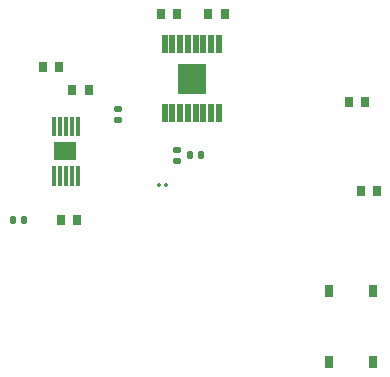
<source format=gbr>
%TF.GenerationSoftware,KiCad,Pcbnew,8.0.0*%
%TF.CreationDate,2024-03-24T23:23:48+02:00*%
%TF.ProjectId,Powersubsytem_GWNFRA001,506f7765-7273-4756-9273-7974656d5f47,rev?*%
%TF.SameCoordinates,Original*%
%TF.FileFunction,Paste,Top*%
%TF.FilePolarity,Positive*%
%FSLAX46Y46*%
G04 Gerber Fmt 4.6, Leading zero omitted, Abs format (unit mm)*
G04 Created by KiCad (PCBNEW 8.0.0) date 2024-03-24 23:23:48*
%MOMM*%
%LPD*%
G01*
G04 APERTURE LIST*
G04 Aperture macros list*
%AMRoundRect*
0 Rectangle with rounded corners*
0 $1 Rounding radius*
0 $2 $3 $4 $5 $6 $7 $8 $9 X,Y pos of 4 corners*
0 Add a 4 corners polygon primitive as box body*
4,1,4,$2,$3,$4,$5,$6,$7,$8,$9,$2,$3,0*
0 Add four circle primitives for the rounded corners*
1,1,$1+$1,$2,$3*
1,1,$1+$1,$4,$5*
1,1,$1+$1,$6,$7*
1,1,$1+$1,$8,$9*
0 Add four rect primitives between the rounded corners*
20,1,$1+$1,$2,$3,$4,$5,0*
20,1,$1+$1,$4,$5,$6,$7,0*
20,1,$1+$1,$6,$7,$8,$9,0*
20,1,$1+$1,$8,$9,$2,$3,0*%
G04 Aperture macros list end*
%ADD10C,0.010000*%
%ADD11R,0.711200X0.889000*%
%ADD12R,1.880000X1.570000*%
%ADD13RoundRect,0.140000X0.140000X0.170000X-0.140000X0.170000X-0.140000X-0.170000X0.140000X-0.170000X0*%
%ADD14RoundRect,0.067500X-0.067500X-0.067500X0.067500X-0.067500X0.067500X0.067500X-0.067500X0.067500X0*%
%ADD15RoundRect,0.140000X0.170000X-0.140000X0.170000X0.140000X-0.170000X0.140000X-0.170000X-0.140000X0*%
%ADD16R,0.750000X1.000000*%
%ADD17RoundRect,0.027000X-0.198000X0.723000X-0.198000X-0.723000X0.198000X-0.723000X0.198000X0.723000X0*%
G04 APERTURE END LIST*
D10*
%TO.C,U2*%
X132625000Y-47475000D02*
X132375000Y-47475000D01*
X132375000Y-45925000D01*
X132625000Y-45925000D01*
X132625000Y-47475000D01*
G36*
X132625000Y-47475000D02*
G01*
X132375000Y-47475000D01*
X132375000Y-45925000D01*
X132625000Y-45925000D01*
X132625000Y-47475000D01*
G37*
X132625000Y-43275000D02*
X132375000Y-43275000D01*
X132375000Y-41725000D01*
X132625000Y-41725000D01*
X132625000Y-43275000D01*
G36*
X132625000Y-43275000D02*
G01*
X132375000Y-43275000D01*
X132375000Y-41725000D01*
X132625000Y-41725000D01*
X132625000Y-43275000D01*
G37*
X132125000Y-47475000D02*
X131875000Y-47475000D01*
X131875000Y-45925000D01*
X132125000Y-45925000D01*
X132125000Y-47475000D01*
G36*
X132125000Y-47475000D02*
G01*
X131875000Y-47475000D01*
X131875000Y-45925000D01*
X132125000Y-45925000D01*
X132125000Y-47475000D01*
G37*
X132125000Y-43275000D02*
X131875000Y-43275000D01*
X131875000Y-41725000D01*
X132125000Y-41725000D01*
X132125000Y-43275000D01*
G36*
X132125000Y-43275000D02*
G01*
X131875000Y-43275000D01*
X131875000Y-41725000D01*
X132125000Y-41725000D01*
X132125000Y-43275000D01*
G37*
X131625000Y-47475000D02*
X131375000Y-47475000D01*
X131375000Y-45925000D01*
X131625000Y-45925000D01*
X131625000Y-47475000D01*
G36*
X131625000Y-47475000D02*
G01*
X131375000Y-47475000D01*
X131375000Y-45925000D01*
X131625000Y-45925000D01*
X131625000Y-47475000D01*
G37*
X131625000Y-43275000D02*
X131375000Y-43275000D01*
X131375000Y-41725000D01*
X131625000Y-41725000D01*
X131625000Y-43275000D01*
G36*
X131625000Y-43275000D02*
G01*
X131375000Y-43275000D01*
X131375000Y-41725000D01*
X131625000Y-41725000D01*
X131625000Y-43275000D01*
G37*
X131125000Y-47475000D02*
X130875000Y-47475000D01*
X130875000Y-45925000D01*
X131125000Y-45925000D01*
X131125000Y-47475000D01*
G36*
X131125000Y-47475000D02*
G01*
X130875000Y-47475000D01*
X130875000Y-45925000D01*
X131125000Y-45925000D01*
X131125000Y-47475000D01*
G37*
X131125000Y-43275000D02*
X130875000Y-43275000D01*
X130875000Y-41725000D01*
X131125000Y-41725000D01*
X131125000Y-43275000D01*
G36*
X131125000Y-43275000D02*
G01*
X130875000Y-43275000D01*
X130875000Y-41725000D01*
X131125000Y-41725000D01*
X131125000Y-43275000D01*
G37*
X130625000Y-47475000D02*
X130375000Y-47475000D01*
X130375000Y-45925000D01*
X130625000Y-45925000D01*
X130625000Y-47475000D01*
G36*
X130625000Y-47475000D02*
G01*
X130375000Y-47475000D01*
X130375000Y-45925000D01*
X130625000Y-45925000D01*
X130625000Y-47475000D01*
G37*
X130625000Y-43275000D02*
X130375000Y-43275000D01*
X130375000Y-41725000D01*
X130625000Y-41725000D01*
X130625000Y-43275000D01*
G36*
X130625000Y-43275000D02*
G01*
X130375000Y-43275000D01*
X130375000Y-41725000D01*
X130625000Y-41725000D01*
X130625000Y-43275000D01*
G37*
%TO.C,U3*%
X143355000Y-39730000D02*
X141045000Y-39730000D01*
X141045000Y-37270000D01*
X143355000Y-37270000D01*
X143355000Y-39730000D01*
G36*
X143355000Y-39730000D02*
G01*
X141045000Y-39730000D01*
X141045000Y-37270000D01*
X143355000Y-37270000D01*
X143355000Y-39730000D01*
G37*
%TD*%
D11*
%TO.C,R7*%
X139603000Y-33000000D03*
X141000000Y-33000000D03*
%TD*%
D12*
%TO.C,U2*%
X131500000Y-44600000D03*
%TD*%
D13*
%TO.C,C1*%
X142040000Y-45000000D03*
X143000000Y-45000000D03*
%TD*%
D11*
%TO.C,R2*%
X145000000Y-33000000D03*
X143603000Y-33000000D03*
%TD*%
%TO.C,R1*%
X156500000Y-48000000D03*
X157897000Y-48000000D03*
%TD*%
%TO.C,R6*%
X132500000Y-50500000D03*
X131103000Y-50500000D03*
%TD*%
%TO.C,R5*%
X155500000Y-40500000D03*
X156897000Y-40500000D03*
%TD*%
%TO.C,R3*%
X131000000Y-37500000D03*
X129603000Y-37500000D03*
%TD*%
D14*
%TO.C,C4*%
X140000000Y-47500000D03*
X139450000Y-47500000D03*
%TD*%
D15*
%TO.C,C8*%
X141000000Y-44520000D03*
X141000000Y-45480000D03*
%TD*%
D16*
%TO.C,S1*%
X153787500Y-62500000D03*
X153787500Y-56500000D03*
X157537500Y-62500000D03*
X157537500Y-56500000D03*
%TD*%
D13*
%TO.C,C6*%
X127040000Y-50500000D03*
X128000000Y-50500000D03*
%TD*%
D17*
%TO.C,U3*%
X144475000Y-41400000D03*
X143825000Y-41400000D03*
X143175000Y-41400000D03*
X142525000Y-41400000D03*
X141875000Y-41400000D03*
X141225000Y-41400000D03*
X140575000Y-41400000D03*
X139925000Y-41400000D03*
X139925000Y-35600000D03*
X140575000Y-35600000D03*
X141225000Y-35600000D03*
X141875000Y-35600000D03*
X142525000Y-35600000D03*
X143175000Y-35600000D03*
X143825000Y-35600000D03*
X144475000Y-35600000D03*
%TD*%
D15*
%TO.C,C7*%
X136000000Y-41040000D03*
X136000000Y-42000000D03*
%TD*%
D11*
%TO.C,R4*%
X132103000Y-39500000D03*
X133500000Y-39500000D03*
%TD*%
M02*

</source>
